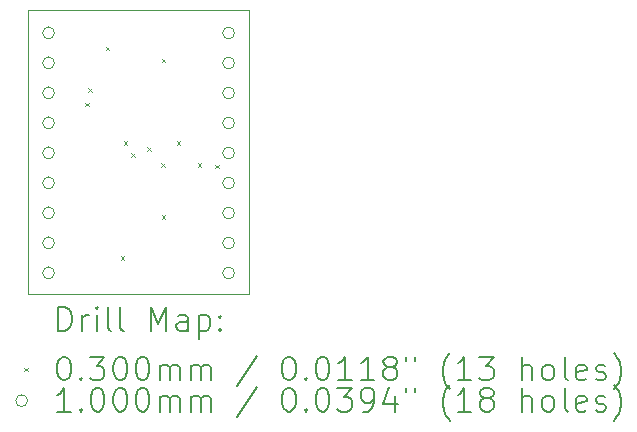
<source format=gbr>
%TF.GenerationSoftware,KiCad,Pcbnew,8.0.2-8.0.2-0~ubuntu22.04.1*%
%TF.CreationDate,2024-06-02T15:46:11+09:00*%
%TF.ProjectId,TB6211_ver2,54423632-3131-45f7-9665-72322e6b6963,rev?*%
%TF.SameCoordinates,Original*%
%TF.FileFunction,Drillmap*%
%TF.FilePolarity,Positive*%
%FSLAX45Y45*%
G04 Gerber Fmt 4.5, Leading zero omitted, Abs format (unit mm)*
G04 Created by KiCad (PCBNEW 8.0.2-8.0.2-0~ubuntu22.04.1) date 2024-06-02 15:46:11*
%MOMM*%
%LPD*%
G01*
G04 APERTURE LIST*
%ADD10C,0.050000*%
%ADD11C,0.200000*%
%ADD12C,0.100000*%
G04 APERTURE END LIST*
D10*
X11975000Y-7100000D02*
X13850000Y-7100000D01*
X13850000Y-9500000D01*
X11975000Y-9500000D01*
X11975000Y-7100000D01*
D11*
D12*
X12460000Y-7885000D02*
X12490000Y-7915000D01*
X12490000Y-7885000D02*
X12460000Y-7915000D01*
X12485000Y-7760000D02*
X12515000Y-7790000D01*
X12515000Y-7760000D02*
X12485000Y-7790000D01*
X12635000Y-7410000D02*
X12665000Y-7440000D01*
X12665000Y-7410000D02*
X12635000Y-7440000D01*
X12760000Y-9185000D02*
X12790000Y-9215000D01*
X12790000Y-9185000D02*
X12760000Y-9215000D01*
X12785000Y-8210000D02*
X12815000Y-8240000D01*
X12815000Y-8210000D02*
X12785000Y-8240000D01*
X12851750Y-8310000D02*
X12881750Y-8340000D01*
X12881750Y-8310000D02*
X12851750Y-8340000D01*
X12985000Y-8260000D02*
X13015000Y-8290000D01*
X13015000Y-8260000D02*
X12985000Y-8290000D01*
X13105000Y-8395000D02*
X13135000Y-8425000D01*
X13135000Y-8395000D02*
X13105000Y-8425000D01*
X13110000Y-7510000D02*
X13140000Y-7540000D01*
X13140000Y-7510000D02*
X13110000Y-7540000D01*
X13110000Y-8835000D02*
X13140000Y-8865000D01*
X13140000Y-8835000D02*
X13110000Y-8865000D01*
X13235000Y-8210000D02*
X13265000Y-8240000D01*
X13265000Y-8210000D02*
X13235000Y-8240000D01*
X13414038Y-8395000D02*
X13444038Y-8425000D01*
X13444038Y-8395000D02*
X13414038Y-8425000D01*
X13560000Y-8410000D02*
X13590000Y-8440000D01*
X13590000Y-8410000D02*
X13560000Y-8440000D01*
X12200000Y-7292000D02*
G75*
G02*
X12100000Y-7292000I-50000J0D01*
G01*
X12100000Y-7292000D02*
G75*
G02*
X12200000Y-7292000I50000J0D01*
G01*
X12200000Y-7546000D02*
G75*
G02*
X12100000Y-7546000I-50000J0D01*
G01*
X12100000Y-7546000D02*
G75*
G02*
X12200000Y-7546000I50000J0D01*
G01*
X12200000Y-7800000D02*
G75*
G02*
X12100000Y-7800000I-50000J0D01*
G01*
X12100000Y-7800000D02*
G75*
G02*
X12200000Y-7800000I50000J0D01*
G01*
X12200000Y-8054000D02*
G75*
G02*
X12100000Y-8054000I-50000J0D01*
G01*
X12100000Y-8054000D02*
G75*
G02*
X12200000Y-8054000I50000J0D01*
G01*
X12200000Y-8308000D02*
G75*
G02*
X12100000Y-8308000I-50000J0D01*
G01*
X12100000Y-8308000D02*
G75*
G02*
X12200000Y-8308000I50000J0D01*
G01*
X12200000Y-8562000D02*
G75*
G02*
X12100000Y-8562000I-50000J0D01*
G01*
X12100000Y-8562000D02*
G75*
G02*
X12200000Y-8562000I50000J0D01*
G01*
X12200000Y-8816000D02*
G75*
G02*
X12100000Y-8816000I-50000J0D01*
G01*
X12100000Y-8816000D02*
G75*
G02*
X12200000Y-8816000I50000J0D01*
G01*
X12200000Y-9070000D02*
G75*
G02*
X12100000Y-9070000I-50000J0D01*
G01*
X12100000Y-9070000D02*
G75*
G02*
X12200000Y-9070000I50000J0D01*
G01*
X12200000Y-9324000D02*
G75*
G02*
X12100000Y-9324000I-50000J0D01*
G01*
X12100000Y-9324000D02*
G75*
G02*
X12200000Y-9324000I50000J0D01*
G01*
X13725000Y-7293000D02*
G75*
G02*
X13625000Y-7293000I-50000J0D01*
G01*
X13625000Y-7293000D02*
G75*
G02*
X13725000Y-7293000I50000J0D01*
G01*
X13725000Y-7547000D02*
G75*
G02*
X13625000Y-7547000I-50000J0D01*
G01*
X13625000Y-7547000D02*
G75*
G02*
X13725000Y-7547000I50000J0D01*
G01*
X13725000Y-7801000D02*
G75*
G02*
X13625000Y-7801000I-50000J0D01*
G01*
X13625000Y-7801000D02*
G75*
G02*
X13725000Y-7801000I50000J0D01*
G01*
X13725000Y-8055000D02*
G75*
G02*
X13625000Y-8055000I-50000J0D01*
G01*
X13625000Y-8055000D02*
G75*
G02*
X13725000Y-8055000I50000J0D01*
G01*
X13725000Y-8309000D02*
G75*
G02*
X13625000Y-8309000I-50000J0D01*
G01*
X13625000Y-8309000D02*
G75*
G02*
X13725000Y-8309000I50000J0D01*
G01*
X13725000Y-8563000D02*
G75*
G02*
X13625000Y-8563000I-50000J0D01*
G01*
X13625000Y-8563000D02*
G75*
G02*
X13725000Y-8563000I50000J0D01*
G01*
X13725000Y-8817000D02*
G75*
G02*
X13625000Y-8817000I-50000J0D01*
G01*
X13625000Y-8817000D02*
G75*
G02*
X13725000Y-8817000I50000J0D01*
G01*
X13725000Y-9071000D02*
G75*
G02*
X13625000Y-9071000I-50000J0D01*
G01*
X13625000Y-9071000D02*
G75*
G02*
X13725000Y-9071000I50000J0D01*
G01*
X13725000Y-9325000D02*
G75*
G02*
X13625000Y-9325000I-50000J0D01*
G01*
X13625000Y-9325000D02*
G75*
G02*
X13725000Y-9325000I50000J0D01*
G01*
D11*
X12233277Y-9813984D02*
X12233277Y-9613984D01*
X12233277Y-9613984D02*
X12280896Y-9613984D01*
X12280896Y-9613984D02*
X12309467Y-9623508D01*
X12309467Y-9623508D02*
X12328515Y-9642555D01*
X12328515Y-9642555D02*
X12338039Y-9661603D01*
X12338039Y-9661603D02*
X12347562Y-9699698D01*
X12347562Y-9699698D02*
X12347562Y-9728270D01*
X12347562Y-9728270D02*
X12338039Y-9766365D01*
X12338039Y-9766365D02*
X12328515Y-9785412D01*
X12328515Y-9785412D02*
X12309467Y-9804460D01*
X12309467Y-9804460D02*
X12280896Y-9813984D01*
X12280896Y-9813984D02*
X12233277Y-9813984D01*
X12433277Y-9813984D02*
X12433277Y-9680650D01*
X12433277Y-9718746D02*
X12442801Y-9699698D01*
X12442801Y-9699698D02*
X12452324Y-9690174D01*
X12452324Y-9690174D02*
X12471372Y-9680650D01*
X12471372Y-9680650D02*
X12490420Y-9680650D01*
X12557086Y-9813984D02*
X12557086Y-9680650D01*
X12557086Y-9613984D02*
X12547562Y-9623508D01*
X12547562Y-9623508D02*
X12557086Y-9633031D01*
X12557086Y-9633031D02*
X12566610Y-9623508D01*
X12566610Y-9623508D02*
X12557086Y-9613984D01*
X12557086Y-9613984D02*
X12557086Y-9633031D01*
X12680896Y-9813984D02*
X12661848Y-9804460D01*
X12661848Y-9804460D02*
X12652324Y-9785412D01*
X12652324Y-9785412D02*
X12652324Y-9613984D01*
X12785658Y-9813984D02*
X12766610Y-9804460D01*
X12766610Y-9804460D02*
X12757086Y-9785412D01*
X12757086Y-9785412D02*
X12757086Y-9613984D01*
X13014229Y-9813984D02*
X13014229Y-9613984D01*
X13014229Y-9613984D02*
X13080896Y-9756841D01*
X13080896Y-9756841D02*
X13147562Y-9613984D01*
X13147562Y-9613984D02*
X13147562Y-9813984D01*
X13328515Y-9813984D02*
X13328515Y-9709222D01*
X13328515Y-9709222D02*
X13318991Y-9690174D01*
X13318991Y-9690174D02*
X13299943Y-9680650D01*
X13299943Y-9680650D02*
X13261848Y-9680650D01*
X13261848Y-9680650D02*
X13242801Y-9690174D01*
X13328515Y-9804460D02*
X13309467Y-9813984D01*
X13309467Y-9813984D02*
X13261848Y-9813984D01*
X13261848Y-9813984D02*
X13242801Y-9804460D01*
X13242801Y-9804460D02*
X13233277Y-9785412D01*
X13233277Y-9785412D02*
X13233277Y-9766365D01*
X13233277Y-9766365D02*
X13242801Y-9747317D01*
X13242801Y-9747317D02*
X13261848Y-9737793D01*
X13261848Y-9737793D02*
X13309467Y-9737793D01*
X13309467Y-9737793D02*
X13328515Y-9728270D01*
X13423753Y-9680650D02*
X13423753Y-9880650D01*
X13423753Y-9690174D02*
X13442801Y-9680650D01*
X13442801Y-9680650D02*
X13480896Y-9680650D01*
X13480896Y-9680650D02*
X13499943Y-9690174D01*
X13499943Y-9690174D02*
X13509467Y-9699698D01*
X13509467Y-9699698D02*
X13518991Y-9718746D01*
X13518991Y-9718746D02*
X13518991Y-9775889D01*
X13518991Y-9775889D02*
X13509467Y-9794936D01*
X13509467Y-9794936D02*
X13499943Y-9804460D01*
X13499943Y-9804460D02*
X13480896Y-9813984D01*
X13480896Y-9813984D02*
X13442801Y-9813984D01*
X13442801Y-9813984D02*
X13423753Y-9804460D01*
X13604705Y-9794936D02*
X13614229Y-9804460D01*
X13614229Y-9804460D02*
X13604705Y-9813984D01*
X13604705Y-9813984D02*
X13595182Y-9804460D01*
X13595182Y-9804460D02*
X13604705Y-9794936D01*
X13604705Y-9794936D02*
X13604705Y-9813984D01*
X13604705Y-9690174D02*
X13614229Y-9699698D01*
X13614229Y-9699698D02*
X13604705Y-9709222D01*
X13604705Y-9709222D02*
X13595182Y-9699698D01*
X13595182Y-9699698D02*
X13604705Y-9690174D01*
X13604705Y-9690174D02*
X13604705Y-9709222D01*
D12*
X11942500Y-10127500D02*
X11972500Y-10157500D01*
X11972500Y-10127500D02*
X11942500Y-10157500D01*
D11*
X12271372Y-10033984D02*
X12290420Y-10033984D01*
X12290420Y-10033984D02*
X12309467Y-10043508D01*
X12309467Y-10043508D02*
X12318991Y-10053031D01*
X12318991Y-10053031D02*
X12328515Y-10072079D01*
X12328515Y-10072079D02*
X12338039Y-10110174D01*
X12338039Y-10110174D02*
X12338039Y-10157793D01*
X12338039Y-10157793D02*
X12328515Y-10195889D01*
X12328515Y-10195889D02*
X12318991Y-10214936D01*
X12318991Y-10214936D02*
X12309467Y-10224460D01*
X12309467Y-10224460D02*
X12290420Y-10233984D01*
X12290420Y-10233984D02*
X12271372Y-10233984D01*
X12271372Y-10233984D02*
X12252324Y-10224460D01*
X12252324Y-10224460D02*
X12242801Y-10214936D01*
X12242801Y-10214936D02*
X12233277Y-10195889D01*
X12233277Y-10195889D02*
X12223753Y-10157793D01*
X12223753Y-10157793D02*
X12223753Y-10110174D01*
X12223753Y-10110174D02*
X12233277Y-10072079D01*
X12233277Y-10072079D02*
X12242801Y-10053031D01*
X12242801Y-10053031D02*
X12252324Y-10043508D01*
X12252324Y-10043508D02*
X12271372Y-10033984D01*
X12423753Y-10214936D02*
X12433277Y-10224460D01*
X12433277Y-10224460D02*
X12423753Y-10233984D01*
X12423753Y-10233984D02*
X12414229Y-10224460D01*
X12414229Y-10224460D02*
X12423753Y-10214936D01*
X12423753Y-10214936D02*
X12423753Y-10233984D01*
X12499943Y-10033984D02*
X12623753Y-10033984D01*
X12623753Y-10033984D02*
X12557086Y-10110174D01*
X12557086Y-10110174D02*
X12585658Y-10110174D01*
X12585658Y-10110174D02*
X12604705Y-10119698D01*
X12604705Y-10119698D02*
X12614229Y-10129222D01*
X12614229Y-10129222D02*
X12623753Y-10148270D01*
X12623753Y-10148270D02*
X12623753Y-10195889D01*
X12623753Y-10195889D02*
X12614229Y-10214936D01*
X12614229Y-10214936D02*
X12604705Y-10224460D01*
X12604705Y-10224460D02*
X12585658Y-10233984D01*
X12585658Y-10233984D02*
X12528515Y-10233984D01*
X12528515Y-10233984D02*
X12509467Y-10224460D01*
X12509467Y-10224460D02*
X12499943Y-10214936D01*
X12747562Y-10033984D02*
X12766610Y-10033984D01*
X12766610Y-10033984D02*
X12785658Y-10043508D01*
X12785658Y-10043508D02*
X12795182Y-10053031D01*
X12795182Y-10053031D02*
X12804705Y-10072079D01*
X12804705Y-10072079D02*
X12814229Y-10110174D01*
X12814229Y-10110174D02*
X12814229Y-10157793D01*
X12814229Y-10157793D02*
X12804705Y-10195889D01*
X12804705Y-10195889D02*
X12795182Y-10214936D01*
X12795182Y-10214936D02*
X12785658Y-10224460D01*
X12785658Y-10224460D02*
X12766610Y-10233984D01*
X12766610Y-10233984D02*
X12747562Y-10233984D01*
X12747562Y-10233984D02*
X12728515Y-10224460D01*
X12728515Y-10224460D02*
X12718991Y-10214936D01*
X12718991Y-10214936D02*
X12709467Y-10195889D01*
X12709467Y-10195889D02*
X12699943Y-10157793D01*
X12699943Y-10157793D02*
X12699943Y-10110174D01*
X12699943Y-10110174D02*
X12709467Y-10072079D01*
X12709467Y-10072079D02*
X12718991Y-10053031D01*
X12718991Y-10053031D02*
X12728515Y-10043508D01*
X12728515Y-10043508D02*
X12747562Y-10033984D01*
X12938039Y-10033984D02*
X12957086Y-10033984D01*
X12957086Y-10033984D02*
X12976134Y-10043508D01*
X12976134Y-10043508D02*
X12985658Y-10053031D01*
X12985658Y-10053031D02*
X12995182Y-10072079D01*
X12995182Y-10072079D02*
X13004705Y-10110174D01*
X13004705Y-10110174D02*
X13004705Y-10157793D01*
X13004705Y-10157793D02*
X12995182Y-10195889D01*
X12995182Y-10195889D02*
X12985658Y-10214936D01*
X12985658Y-10214936D02*
X12976134Y-10224460D01*
X12976134Y-10224460D02*
X12957086Y-10233984D01*
X12957086Y-10233984D02*
X12938039Y-10233984D01*
X12938039Y-10233984D02*
X12918991Y-10224460D01*
X12918991Y-10224460D02*
X12909467Y-10214936D01*
X12909467Y-10214936D02*
X12899943Y-10195889D01*
X12899943Y-10195889D02*
X12890420Y-10157793D01*
X12890420Y-10157793D02*
X12890420Y-10110174D01*
X12890420Y-10110174D02*
X12899943Y-10072079D01*
X12899943Y-10072079D02*
X12909467Y-10053031D01*
X12909467Y-10053031D02*
X12918991Y-10043508D01*
X12918991Y-10043508D02*
X12938039Y-10033984D01*
X13090420Y-10233984D02*
X13090420Y-10100650D01*
X13090420Y-10119698D02*
X13099943Y-10110174D01*
X13099943Y-10110174D02*
X13118991Y-10100650D01*
X13118991Y-10100650D02*
X13147563Y-10100650D01*
X13147563Y-10100650D02*
X13166610Y-10110174D01*
X13166610Y-10110174D02*
X13176134Y-10129222D01*
X13176134Y-10129222D02*
X13176134Y-10233984D01*
X13176134Y-10129222D02*
X13185658Y-10110174D01*
X13185658Y-10110174D02*
X13204705Y-10100650D01*
X13204705Y-10100650D02*
X13233277Y-10100650D01*
X13233277Y-10100650D02*
X13252324Y-10110174D01*
X13252324Y-10110174D02*
X13261848Y-10129222D01*
X13261848Y-10129222D02*
X13261848Y-10233984D01*
X13357086Y-10233984D02*
X13357086Y-10100650D01*
X13357086Y-10119698D02*
X13366610Y-10110174D01*
X13366610Y-10110174D02*
X13385658Y-10100650D01*
X13385658Y-10100650D02*
X13414229Y-10100650D01*
X13414229Y-10100650D02*
X13433277Y-10110174D01*
X13433277Y-10110174D02*
X13442801Y-10129222D01*
X13442801Y-10129222D02*
X13442801Y-10233984D01*
X13442801Y-10129222D02*
X13452324Y-10110174D01*
X13452324Y-10110174D02*
X13471372Y-10100650D01*
X13471372Y-10100650D02*
X13499943Y-10100650D01*
X13499943Y-10100650D02*
X13518991Y-10110174D01*
X13518991Y-10110174D02*
X13528515Y-10129222D01*
X13528515Y-10129222D02*
X13528515Y-10233984D01*
X13918991Y-10024460D02*
X13747563Y-10281603D01*
X14176134Y-10033984D02*
X14195182Y-10033984D01*
X14195182Y-10033984D02*
X14214229Y-10043508D01*
X14214229Y-10043508D02*
X14223753Y-10053031D01*
X14223753Y-10053031D02*
X14233277Y-10072079D01*
X14233277Y-10072079D02*
X14242801Y-10110174D01*
X14242801Y-10110174D02*
X14242801Y-10157793D01*
X14242801Y-10157793D02*
X14233277Y-10195889D01*
X14233277Y-10195889D02*
X14223753Y-10214936D01*
X14223753Y-10214936D02*
X14214229Y-10224460D01*
X14214229Y-10224460D02*
X14195182Y-10233984D01*
X14195182Y-10233984D02*
X14176134Y-10233984D01*
X14176134Y-10233984D02*
X14157086Y-10224460D01*
X14157086Y-10224460D02*
X14147563Y-10214936D01*
X14147563Y-10214936D02*
X14138039Y-10195889D01*
X14138039Y-10195889D02*
X14128515Y-10157793D01*
X14128515Y-10157793D02*
X14128515Y-10110174D01*
X14128515Y-10110174D02*
X14138039Y-10072079D01*
X14138039Y-10072079D02*
X14147563Y-10053031D01*
X14147563Y-10053031D02*
X14157086Y-10043508D01*
X14157086Y-10043508D02*
X14176134Y-10033984D01*
X14328515Y-10214936D02*
X14338039Y-10224460D01*
X14338039Y-10224460D02*
X14328515Y-10233984D01*
X14328515Y-10233984D02*
X14318991Y-10224460D01*
X14318991Y-10224460D02*
X14328515Y-10214936D01*
X14328515Y-10214936D02*
X14328515Y-10233984D01*
X14461848Y-10033984D02*
X14480896Y-10033984D01*
X14480896Y-10033984D02*
X14499944Y-10043508D01*
X14499944Y-10043508D02*
X14509467Y-10053031D01*
X14509467Y-10053031D02*
X14518991Y-10072079D01*
X14518991Y-10072079D02*
X14528515Y-10110174D01*
X14528515Y-10110174D02*
X14528515Y-10157793D01*
X14528515Y-10157793D02*
X14518991Y-10195889D01*
X14518991Y-10195889D02*
X14509467Y-10214936D01*
X14509467Y-10214936D02*
X14499944Y-10224460D01*
X14499944Y-10224460D02*
X14480896Y-10233984D01*
X14480896Y-10233984D02*
X14461848Y-10233984D01*
X14461848Y-10233984D02*
X14442801Y-10224460D01*
X14442801Y-10224460D02*
X14433277Y-10214936D01*
X14433277Y-10214936D02*
X14423753Y-10195889D01*
X14423753Y-10195889D02*
X14414229Y-10157793D01*
X14414229Y-10157793D02*
X14414229Y-10110174D01*
X14414229Y-10110174D02*
X14423753Y-10072079D01*
X14423753Y-10072079D02*
X14433277Y-10053031D01*
X14433277Y-10053031D02*
X14442801Y-10043508D01*
X14442801Y-10043508D02*
X14461848Y-10033984D01*
X14718991Y-10233984D02*
X14604706Y-10233984D01*
X14661848Y-10233984D02*
X14661848Y-10033984D01*
X14661848Y-10033984D02*
X14642801Y-10062555D01*
X14642801Y-10062555D02*
X14623753Y-10081603D01*
X14623753Y-10081603D02*
X14604706Y-10091127D01*
X14909467Y-10233984D02*
X14795182Y-10233984D01*
X14852325Y-10233984D02*
X14852325Y-10033984D01*
X14852325Y-10033984D02*
X14833277Y-10062555D01*
X14833277Y-10062555D02*
X14814229Y-10081603D01*
X14814229Y-10081603D02*
X14795182Y-10091127D01*
X15023753Y-10119698D02*
X15004706Y-10110174D01*
X15004706Y-10110174D02*
X14995182Y-10100650D01*
X14995182Y-10100650D02*
X14985658Y-10081603D01*
X14985658Y-10081603D02*
X14985658Y-10072079D01*
X14985658Y-10072079D02*
X14995182Y-10053031D01*
X14995182Y-10053031D02*
X15004706Y-10043508D01*
X15004706Y-10043508D02*
X15023753Y-10033984D01*
X15023753Y-10033984D02*
X15061848Y-10033984D01*
X15061848Y-10033984D02*
X15080896Y-10043508D01*
X15080896Y-10043508D02*
X15090420Y-10053031D01*
X15090420Y-10053031D02*
X15099944Y-10072079D01*
X15099944Y-10072079D02*
X15099944Y-10081603D01*
X15099944Y-10081603D02*
X15090420Y-10100650D01*
X15090420Y-10100650D02*
X15080896Y-10110174D01*
X15080896Y-10110174D02*
X15061848Y-10119698D01*
X15061848Y-10119698D02*
X15023753Y-10119698D01*
X15023753Y-10119698D02*
X15004706Y-10129222D01*
X15004706Y-10129222D02*
X14995182Y-10138746D01*
X14995182Y-10138746D02*
X14985658Y-10157793D01*
X14985658Y-10157793D02*
X14985658Y-10195889D01*
X14985658Y-10195889D02*
X14995182Y-10214936D01*
X14995182Y-10214936D02*
X15004706Y-10224460D01*
X15004706Y-10224460D02*
X15023753Y-10233984D01*
X15023753Y-10233984D02*
X15061848Y-10233984D01*
X15061848Y-10233984D02*
X15080896Y-10224460D01*
X15080896Y-10224460D02*
X15090420Y-10214936D01*
X15090420Y-10214936D02*
X15099944Y-10195889D01*
X15099944Y-10195889D02*
X15099944Y-10157793D01*
X15099944Y-10157793D02*
X15090420Y-10138746D01*
X15090420Y-10138746D02*
X15080896Y-10129222D01*
X15080896Y-10129222D02*
X15061848Y-10119698D01*
X15176134Y-10033984D02*
X15176134Y-10072079D01*
X15252325Y-10033984D02*
X15252325Y-10072079D01*
X15547563Y-10310174D02*
X15538039Y-10300650D01*
X15538039Y-10300650D02*
X15518991Y-10272079D01*
X15518991Y-10272079D02*
X15509468Y-10253031D01*
X15509468Y-10253031D02*
X15499944Y-10224460D01*
X15499944Y-10224460D02*
X15490420Y-10176841D01*
X15490420Y-10176841D02*
X15490420Y-10138746D01*
X15490420Y-10138746D02*
X15499944Y-10091127D01*
X15499944Y-10091127D02*
X15509468Y-10062555D01*
X15509468Y-10062555D02*
X15518991Y-10043508D01*
X15518991Y-10043508D02*
X15538039Y-10014936D01*
X15538039Y-10014936D02*
X15547563Y-10005412D01*
X15728515Y-10233984D02*
X15614229Y-10233984D01*
X15671372Y-10233984D02*
X15671372Y-10033984D01*
X15671372Y-10033984D02*
X15652325Y-10062555D01*
X15652325Y-10062555D02*
X15633277Y-10081603D01*
X15633277Y-10081603D02*
X15614229Y-10091127D01*
X15795182Y-10033984D02*
X15918991Y-10033984D01*
X15918991Y-10033984D02*
X15852325Y-10110174D01*
X15852325Y-10110174D02*
X15880896Y-10110174D01*
X15880896Y-10110174D02*
X15899944Y-10119698D01*
X15899944Y-10119698D02*
X15909468Y-10129222D01*
X15909468Y-10129222D02*
X15918991Y-10148270D01*
X15918991Y-10148270D02*
X15918991Y-10195889D01*
X15918991Y-10195889D02*
X15909468Y-10214936D01*
X15909468Y-10214936D02*
X15899944Y-10224460D01*
X15899944Y-10224460D02*
X15880896Y-10233984D01*
X15880896Y-10233984D02*
X15823753Y-10233984D01*
X15823753Y-10233984D02*
X15804706Y-10224460D01*
X15804706Y-10224460D02*
X15795182Y-10214936D01*
X16157087Y-10233984D02*
X16157087Y-10033984D01*
X16242801Y-10233984D02*
X16242801Y-10129222D01*
X16242801Y-10129222D02*
X16233277Y-10110174D01*
X16233277Y-10110174D02*
X16214230Y-10100650D01*
X16214230Y-10100650D02*
X16185658Y-10100650D01*
X16185658Y-10100650D02*
X16166610Y-10110174D01*
X16166610Y-10110174D02*
X16157087Y-10119698D01*
X16366610Y-10233984D02*
X16347563Y-10224460D01*
X16347563Y-10224460D02*
X16338039Y-10214936D01*
X16338039Y-10214936D02*
X16328515Y-10195889D01*
X16328515Y-10195889D02*
X16328515Y-10138746D01*
X16328515Y-10138746D02*
X16338039Y-10119698D01*
X16338039Y-10119698D02*
X16347563Y-10110174D01*
X16347563Y-10110174D02*
X16366610Y-10100650D01*
X16366610Y-10100650D02*
X16395182Y-10100650D01*
X16395182Y-10100650D02*
X16414230Y-10110174D01*
X16414230Y-10110174D02*
X16423753Y-10119698D01*
X16423753Y-10119698D02*
X16433277Y-10138746D01*
X16433277Y-10138746D02*
X16433277Y-10195889D01*
X16433277Y-10195889D02*
X16423753Y-10214936D01*
X16423753Y-10214936D02*
X16414230Y-10224460D01*
X16414230Y-10224460D02*
X16395182Y-10233984D01*
X16395182Y-10233984D02*
X16366610Y-10233984D01*
X16547563Y-10233984D02*
X16528515Y-10224460D01*
X16528515Y-10224460D02*
X16518991Y-10205412D01*
X16518991Y-10205412D02*
X16518991Y-10033984D01*
X16699944Y-10224460D02*
X16680896Y-10233984D01*
X16680896Y-10233984D02*
X16642801Y-10233984D01*
X16642801Y-10233984D02*
X16623753Y-10224460D01*
X16623753Y-10224460D02*
X16614230Y-10205412D01*
X16614230Y-10205412D02*
X16614230Y-10129222D01*
X16614230Y-10129222D02*
X16623753Y-10110174D01*
X16623753Y-10110174D02*
X16642801Y-10100650D01*
X16642801Y-10100650D02*
X16680896Y-10100650D01*
X16680896Y-10100650D02*
X16699944Y-10110174D01*
X16699944Y-10110174D02*
X16709468Y-10129222D01*
X16709468Y-10129222D02*
X16709468Y-10148270D01*
X16709468Y-10148270D02*
X16614230Y-10167317D01*
X16785658Y-10224460D02*
X16804706Y-10233984D01*
X16804706Y-10233984D02*
X16842801Y-10233984D01*
X16842801Y-10233984D02*
X16861849Y-10224460D01*
X16861849Y-10224460D02*
X16871373Y-10205412D01*
X16871373Y-10205412D02*
X16871373Y-10195889D01*
X16871373Y-10195889D02*
X16861849Y-10176841D01*
X16861849Y-10176841D02*
X16842801Y-10167317D01*
X16842801Y-10167317D02*
X16814230Y-10167317D01*
X16814230Y-10167317D02*
X16795182Y-10157793D01*
X16795182Y-10157793D02*
X16785658Y-10138746D01*
X16785658Y-10138746D02*
X16785658Y-10129222D01*
X16785658Y-10129222D02*
X16795182Y-10110174D01*
X16795182Y-10110174D02*
X16814230Y-10100650D01*
X16814230Y-10100650D02*
X16842801Y-10100650D01*
X16842801Y-10100650D02*
X16861849Y-10110174D01*
X16938039Y-10310174D02*
X16947563Y-10300650D01*
X16947563Y-10300650D02*
X16966611Y-10272079D01*
X16966611Y-10272079D02*
X16976134Y-10253031D01*
X16976134Y-10253031D02*
X16985658Y-10224460D01*
X16985658Y-10224460D02*
X16995182Y-10176841D01*
X16995182Y-10176841D02*
X16995182Y-10138746D01*
X16995182Y-10138746D02*
X16985658Y-10091127D01*
X16985658Y-10091127D02*
X16976134Y-10062555D01*
X16976134Y-10062555D02*
X16966611Y-10043508D01*
X16966611Y-10043508D02*
X16947563Y-10014936D01*
X16947563Y-10014936D02*
X16938039Y-10005412D01*
D12*
X11972500Y-10406500D02*
G75*
G02*
X11872500Y-10406500I-50000J0D01*
G01*
X11872500Y-10406500D02*
G75*
G02*
X11972500Y-10406500I50000J0D01*
G01*
D11*
X12338039Y-10497984D02*
X12223753Y-10497984D01*
X12280896Y-10497984D02*
X12280896Y-10297984D01*
X12280896Y-10297984D02*
X12261848Y-10326555D01*
X12261848Y-10326555D02*
X12242801Y-10345603D01*
X12242801Y-10345603D02*
X12223753Y-10355127D01*
X12423753Y-10478936D02*
X12433277Y-10488460D01*
X12433277Y-10488460D02*
X12423753Y-10497984D01*
X12423753Y-10497984D02*
X12414229Y-10488460D01*
X12414229Y-10488460D02*
X12423753Y-10478936D01*
X12423753Y-10478936D02*
X12423753Y-10497984D01*
X12557086Y-10297984D02*
X12576134Y-10297984D01*
X12576134Y-10297984D02*
X12595182Y-10307508D01*
X12595182Y-10307508D02*
X12604705Y-10317031D01*
X12604705Y-10317031D02*
X12614229Y-10336079D01*
X12614229Y-10336079D02*
X12623753Y-10374174D01*
X12623753Y-10374174D02*
X12623753Y-10421793D01*
X12623753Y-10421793D02*
X12614229Y-10459889D01*
X12614229Y-10459889D02*
X12604705Y-10478936D01*
X12604705Y-10478936D02*
X12595182Y-10488460D01*
X12595182Y-10488460D02*
X12576134Y-10497984D01*
X12576134Y-10497984D02*
X12557086Y-10497984D01*
X12557086Y-10497984D02*
X12538039Y-10488460D01*
X12538039Y-10488460D02*
X12528515Y-10478936D01*
X12528515Y-10478936D02*
X12518991Y-10459889D01*
X12518991Y-10459889D02*
X12509467Y-10421793D01*
X12509467Y-10421793D02*
X12509467Y-10374174D01*
X12509467Y-10374174D02*
X12518991Y-10336079D01*
X12518991Y-10336079D02*
X12528515Y-10317031D01*
X12528515Y-10317031D02*
X12538039Y-10307508D01*
X12538039Y-10307508D02*
X12557086Y-10297984D01*
X12747562Y-10297984D02*
X12766610Y-10297984D01*
X12766610Y-10297984D02*
X12785658Y-10307508D01*
X12785658Y-10307508D02*
X12795182Y-10317031D01*
X12795182Y-10317031D02*
X12804705Y-10336079D01*
X12804705Y-10336079D02*
X12814229Y-10374174D01*
X12814229Y-10374174D02*
X12814229Y-10421793D01*
X12814229Y-10421793D02*
X12804705Y-10459889D01*
X12804705Y-10459889D02*
X12795182Y-10478936D01*
X12795182Y-10478936D02*
X12785658Y-10488460D01*
X12785658Y-10488460D02*
X12766610Y-10497984D01*
X12766610Y-10497984D02*
X12747562Y-10497984D01*
X12747562Y-10497984D02*
X12728515Y-10488460D01*
X12728515Y-10488460D02*
X12718991Y-10478936D01*
X12718991Y-10478936D02*
X12709467Y-10459889D01*
X12709467Y-10459889D02*
X12699943Y-10421793D01*
X12699943Y-10421793D02*
X12699943Y-10374174D01*
X12699943Y-10374174D02*
X12709467Y-10336079D01*
X12709467Y-10336079D02*
X12718991Y-10317031D01*
X12718991Y-10317031D02*
X12728515Y-10307508D01*
X12728515Y-10307508D02*
X12747562Y-10297984D01*
X12938039Y-10297984D02*
X12957086Y-10297984D01*
X12957086Y-10297984D02*
X12976134Y-10307508D01*
X12976134Y-10307508D02*
X12985658Y-10317031D01*
X12985658Y-10317031D02*
X12995182Y-10336079D01*
X12995182Y-10336079D02*
X13004705Y-10374174D01*
X13004705Y-10374174D02*
X13004705Y-10421793D01*
X13004705Y-10421793D02*
X12995182Y-10459889D01*
X12995182Y-10459889D02*
X12985658Y-10478936D01*
X12985658Y-10478936D02*
X12976134Y-10488460D01*
X12976134Y-10488460D02*
X12957086Y-10497984D01*
X12957086Y-10497984D02*
X12938039Y-10497984D01*
X12938039Y-10497984D02*
X12918991Y-10488460D01*
X12918991Y-10488460D02*
X12909467Y-10478936D01*
X12909467Y-10478936D02*
X12899943Y-10459889D01*
X12899943Y-10459889D02*
X12890420Y-10421793D01*
X12890420Y-10421793D02*
X12890420Y-10374174D01*
X12890420Y-10374174D02*
X12899943Y-10336079D01*
X12899943Y-10336079D02*
X12909467Y-10317031D01*
X12909467Y-10317031D02*
X12918991Y-10307508D01*
X12918991Y-10307508D02*
X12938039Y-10297984D01*
X13090420Y-10497984D02*
X13090420Y-10364650D01*
X13090420Y-10383698D02*
X13099943Y-10374174D01*
X13099943Y-10374174D02*
X13118991Y-10364650D01*
X13118991Y-10364650D02*
X13147563Y-10364650D01*
X13147563Y-10364650D02*
X13166610Y-10374174D01*
X13166610Y-10374174D02*
X13176134Y-10393222D01*
X13176134Y-10393222D02*
X13176134Y-10497984D01*
X13176134Y-10393222D02*
X13185658Y-10374174D01*
X13185658Y-10374174D02*
X13204705Y-10364650D01*
X13204705Y-10364650D02*
X13233277Y-10364650D01*
X13233277Y-10364650D02*
X13252324Y-10374174D01*
X13252324Y-10374174D02*
X13261848Y-10393222D01*
X13261848Y-10393222D02*
X13261848Y-10497984D01*
X13357086Y-10497984D02*
X13357086Y-10364650D01*
X13357086Y-10383698D02*
X13366610Y-10374174D01*
X13366610Y-10374174D02*
X13385658Y-10364650D01*
X13385658Y-10364650D02*
X13414229Y-10364650D01*
X13414229Y-10364650D02*
X13433277Y-10374174D01*
X13433277Y-10374174D02*
X13442801Y-10393222D01*
X13442801Y-10393222D02*
X13442801Y-10497984D01*
X13442801Y-10393222D02*
X13452324Y-10374174D01*
X13452324Y-10374174D02*
X13471372Y-10364650D01*
X13471372Y-10364650D02*
X13499943Y-10364650D01*
X13499943Y-10364650D02*
X13518991Y-10374174D01*
X13518991Y-10374174D02*
X13528515Y-10393222D01*
X13528515Y-10393222D02*
X13528515Y-10497984D01*
X13918991Y-10288460D02*
X13747563Y-10545603D01*
X14176134Y-10297984D02*
X14195182Y-10297984D01*
X14195182Y-10297984D02*
X14214229Y-10307508D01*
X14214229Y-10307508D02*
X14223753Y-10317031D01*
X14223753Y-10317031D02*
X14233277Y-10336079D01*
X14233277Y-10336079D02*
X14242801Y-10374174D01*
X14242801Y-10374174D02*
X14242801Y-10421793D01*
X14242801Y-10421793D02*
X14233277Y-10459889D01*
X14233277Y-10459889D02*
X14223753Y-10478936D01*
X14223753Y-10478936D02*
X14214229Y-10488460D01*
X14214229Y-10488460D02*
X14195182Y-10497984D01*
X14195182Y-10497984D02*
X14176134Y-10497984D01*
X14176134Y-10497984D02*
X14157086Y-10488460D01*
X14157086Y-10488460D02*
X14147563Y-10478936D01*
X14147563Y-10478936D02*
X14138039Y-10459889D01*
X14138039Y-10459889D02*
X14128515Y-10421793D01*
X14128515Y-10421793D02*
X14128515Y-10374174D01*
X14128515Y-10374174D02*
X14138039Y-10336079D01*
X14138039Y-10336079D02*
X14147563Y-10317031D01*
X14147563Y-10317031D02*
X14157086Y-10307508D01*
X14157086Y-10307508D02*
X14176134Y-10297984D01*
X14328515Y-10478936D02*
X14338039Y-10488460D01*
X14338039Y-10488460D02*
X14328515Y-10497984D01*
X14328515Y-10497984D02*
X14318991Y-10488460D01*
X14318991Y-10488460D02*
X14328515Y-10478936D01*
X14328515Y-10478936D02*
X14328515Y-10497984D01*
X14461848Y-10297984D02*
X14480896Y-10297984D01*
X14480896Y-10297984D02*
X14499944Y-10307508D01*
X14499944Y-10307508D02*
X14509467Y-10317031D01*
X14509467Y-10317031D02*
X14518991Y-10336079D01*
X14518991Y-10336079D02*
X14528515Y-10374174D01*
X14528515Y-10374174D02*
X14528515Y-10421793D01*
X14528515Y-10421793D02*
X14518991Y-10459889D01*
X14518991Y-10459889D02*
X14509467Y-10478936D01*
X14509467Y-10478936D02*
X14499944Y-10488460D01*
X14499944Y-10488460D02*
X14480896Y-10497984D01*
X14480896Y-10497984D02*
X14461848Y-10497984D01*
X14461848Y-10497984D02*
X14442801Y-10488460D01*
X14442801Y-10488460D02*
X14433277Y-10478936D01*
X14433277Y-10478936D02*
X14423753Y-10459889D01*
X14423753Y-10459889D02*
X14414229Y-10421793D01*
X14414229Y-10421793D02*
X14414229Y-10374174D01*
X14414229Y-10374174D02*
X14423753Y-10336079D01*
X14423753Y-10336079D02*
X14433277Y-10317031D01*
X14433277Y-10317031D02*
X14442801Y-10307508D01*
X14442801Y-10307508D02*
X14461848Y-10297984D01*
X14595182Y-10297984D02*
X14718991Y-10297984D01*
X14718991Y-10297984D02*
X14652325Y-10374174D01*
X14652325Y-10374174D02*
X14680896Y-10374174D01*
X14680896Y-10374174D02*
X14699944Y-10383698D01*
X14699944Y-10383698D02*
X14709467Y-10393222D01*
X14709467Y-10393222D02*
X14718991Y-10412270D01*
X14718991Y-10412270D02*
X14718991Y-10459889D01*
X14718991Y-10459889D02*
X14709467Y-10478936D01*
X14709467Y-10478936D02*
X14699944Y-10488460D01*
X14699944Y-10488460D02*
X14680896Y-10497984D01*
X14680896Y-10497984D02*
X14623753Y-10497984D01*
X14623753Y-10497984D02*
X14604706Y-10488460D01*
X14604706Y-10488460D02*
X14595182Y-10478936D01*
X14814229Y-10497984D02*
X14852325Y-10497984D01*
X14852325Y-10497984D02*
X14871372Y-10488460D01*
X14871372Y-10488460D02*
X14880896Y-10478936D01*
X14880896Y-10478936D02*
X14899944Y-10450365D01*
X14899944Y-10450365D02*
X14909467Y-10412270D01*
X14909467Y-10412270D02*
X14909467Y-10336079D01*
X14909467Y-10336079D02*
X14899944Y-10317031D01*
X14899944Y-10317031D02*
X14890420Y-10307508D01*
X14890420Y-10307508D02*
X14871372Y-10297984D01*
X14871372Y-10297984D02*
X14833277Y-10297984D01*
X14833277Y-10297984D02*
X14814229Y-10307508D01*
X14814229Y-10307508D02*
X14804706Y-10317031D01*
X14804706Y-10317031D02*
X14795182Y-10336079D01*
X14795182Y-10336079D02*
X14795182Y-10383698D01*
X14795182Y-10383698D02*
X14804706Y-10402746D01*
X14804706Y-10402746D02*
X14814229Y-10412270D01*
X14814229Y-10412270D02*
X14833277Y-10421793D01*
X14833277Y-10421793D02*
X14871372Y-10421793D01*
X14871372Y-10421793D02*
X14890420Y-10412270D01*
X14890420Y-10412270D02*
X14899944Y-10402746D01*
X14899944Y-10402746D02*
X14909467Y-10383698D01*
X15080896Y-10364650D02*
X15080896Y-10497984D01*
X15033277Y-10288460D02*
X14985658Y-10431317D01*
X14985658Y-10431317D02*
X15109467Y-10431317D01*
X15176134Y-10297984D02*
X15176134Y-10336079D01*
X15252325Y-10297984D02*
X15252325Y-10336079D01*
X15547563Y-10574174D02*
X15538039Y-10564650D01*
X15538039Y-10564650D02*
X15518991Y-10536079D01*
X15518991Y-10536079D02*
X15509468Y-10517031D01*
X15509468Y-10517031D02*
X15499944Y-10488460D01*
X15499944Y-10488460D02*
X15490420Y-10440841D01*
X15490420Y-10440841D02*
X15490420Y-10402746D01*
X15490420Y-10402746D02*
X15499944Y-10355127D01*
X15499944Y-10355127D02*
X15509468Y-10326555D01*
X15509468Y-10326555D02*
X15518991Y-10307508D01*
X15518991Y-10307508D02*
X15538039Y-10278936D01*
X15538039Y-10278936D02*
X15547563Y-10269412D01*
X15728515Y-10497984D02*
X15614229Y-10497984D01*
X15671372Y-10497984D02*
X15671372Y-10297984D01*
X15671372Y-10297984D02*
X15652325Y-10326555D01*
X15652325Y-10326555D02*
X15633277Y-10345603D01*
X15633277Y-10345603D02*
X15614229Y-10355127D01*
X15842801Y-10383698D02*
X15823753Y-10374174D01*
X15823753Y-10374174D02*
X15814229Y-10364650D01*
X15814229Y-10364650D02*
X15804706Y-10345603D01*
X15804706Y-10345603D02*
X15804706Y-10336079D01*
X15804706Y-10336079D02*
X15814229Y-10317031D01*
X15814229Y-10317031D02*
X15823753Y-10307508D01*
X15823753Y-10307508D02*
X15842801Y-10297984D01*
X15842801Y-10297984D02*
X15880896Y-10297984D01*
X15880896Y-10297984D02*
X15899944Y-10307508D01*
X15899944Y-10307508D02*
X15909468Y-10317031D01*
X15909468Y-10317031D02*
X15918991Y-10336079D01*
X15918991Y-10336079D02*
X15918991Y-10345603D01*
X15918991Y-10345603D02*
X15909468Y-10364650D01*
X15909468Y-10364650D02*
X15899944Y-10374174D01*
X15899944Y-10374174D02*
X15880896Y-10383698D01*
X15880896Y-10383698D02*
X15842801Y-10383698D01*
X15842801Y-10383698D02*
X15823753Y-10393222D01*
X15823753Y-10393222D02*
X15814229Y-10402746D01*
X15814229Y-10402746D02*
X15804706Y-10421793D01*
X15804706Y-10421793D02*
X15804706Y-10459889D01*
X15804706Y-10459889D02*
X15814229Y-10478936D01*
X15814229Y-10478936D02*
X15823753Y-10488460D01*
X15823753Y-10488460D02*
X15842801Y-10497984D01*
X15842801Y-10497984D02*
X15880896Y-10497984D01*
X15880896Y-10497984D02*
X15899944Y-10488460D01*
X15899944Y-10488460D02*
X15909468Y-10478936D01*
X15909468Y-10478936D02*
X15918991Y-10459889D01*
X15918991Y-10459889D02*
X15918991Y-10421793D01*
X15918991Y-10421793D02*
X15909468Y-10402746D01*
X15909468Y-10402746D02*
X15899944Y-10393222D01*
X15899944Y-10393222D02*
X15880896Y-10383698D01*
X16157087Y-10497984D02*
X16157087Y-10297984D01*
X16242801Y-10497984D02*
X16242801Y-10393222D01*
X16242801Y-10393222D02*
X16233277Y-10374174D01*
X16233277Y-10374174D02*
X16214230Y-10364650D01*
X16214230Y-10364650D02*
X16185658Y-10364650D01*
X16185658Y-10364650D02*
X16166610Y-10374174D01*
X16166610Y-10374174D02*
X16157087Y-10383698D01*
X16366610Y-10497984D02*
X16347563Y-10488460D01*
X16347563Y-10488460D02*
X16338039Y-10478936D01*
X16338039Y-10478936D02*
X16328515Y-10459889D01*
X16328515Y-10459889D02*
X16328515Y-10402746D01*
X16328515Y-10402746D02*
X16338039Y-10383698D01*
X16338039Y-10383698D02*
X16347563Y-10374174D01*
X16347563Y-10374174D02*
X16366610Y-10364650D01*
X16366610Y-10364650D02*
X16395182Y-10364650D01*
X16395182Y-10364650D02*
X16414230Y-10374174D01*
X16414230Y-10374174D02*
X16423753Y-10383698D01*
X16423753Y-10383698D02*
X16433277Y-10402746D01*
X16433277Y-10402746D02*
X16433277Y-10459889D01*
X16433277Y-10459889D02*
X16423753Y-10478936D01*
X16423753Y-10478936D02*
X16414230Y-10488460D01*
X16414230Y-10488460D02*
X16395182Y-10497984D01*
X16395182Y-10497984D02*
X16366610Y-10497984D01*
X16547563Y-10497984D02*
X16528515Y-10488460D01*
X16528515Y-10488460D02*
X16518991Y-10469412D01*
X16518991Y-10469412D02*
X16518991Y-10297984D01*
X16699944Y-10488460D02*
X16680896Y-10497984D01*
X16680896Y-10497984D02*
X16642801Y-10497984D01*
X16642801Y-10497984D02*
X16623753Y-10488460D01*
X16623753Y-10488460D02*
X16614230Y-10469412D01*
X16614230Y-10469412D02*
X16614230Y-10393222D01*
X16614230Y-10393222D02*
X16623753Y-10374174D01*
X16623753Y-10374174D02*
X16642801Y-10364650D01*
X16642801Y-10364650D02*
X16680896Y-10364650D01*
X16680896Y-10364650D02*
X16699944Y-10374174D01*
X16699944Y-10374174D02*
X16709468Y-10393222D01*
X16709468Y-10393222D02*
X16709468Y-10412270D01*
X16709468Y-10412270D02*
X16614230Y-10431317D01*
X16785658Y-10488460D02*
X16804706Y-10497984D01*
X16804706Y-10497984D02*
X16842801Y-10497984D01*
X16842801Y-10497984D02*
X16861849Y-10488460D01*
X16861849Y-10488460D02*
X16871373Y-10469412D01*
X16871373Y-10469412D02*
X16871373Y-10459889D01*
X16871373Y-10459889D02*
X16861849Y-10440841D01*
X16861849Y-10440841D02*
X16842801Y-10431317D01*
X16842801Y-10431317D02*
X16814230Y-10431317D01*
X16814230Y-10431317D02*
X16795182Y-10421793D01*
X16795182Y-10421793D02*
X16785658Y-10402746D01*
X16785658Y-10402746D02*
X16785658Y-10393222D01*
X16785658Y-10393222D02*
X16795182Y-10374174D01*
X16795182Y-10374174D02*
X16814230Y-10364650D01*
X16814230Y-10364650D02*
X16842801Y-10364650D01*
X16842801Y-10364650D02*
X16861849Y-10374174D01*
X16938039Y-10574174D02*
X16947563Y-10564650D01*
X16947563Y-10564650D02*
X16966611Y-10536079D01*
X16966611Y-10536079D02*
X16976134Y-10517031D01*
X16976134Y-10517031D02*
X16985658Y-10488460D01*
X16985658Y-10488460D02*
X16995182Y-10440841D01*
X16995182Y-10440841D02*
X16995182Y-10402746D01*
X16995182Y-10402746D02*
X16985658Y-10355127D01*
X16985658Y-10355127D02*
X16976134Y-10326555D01*
X16976134Y-10326555D02*
X16966611Y-10307508D01*
X16966611Y-10307508D02*
X16947563Y-10278936D01*
X16947563Y-10278936D02*
X16938039Y-10269412D01*
M02*

</source>
